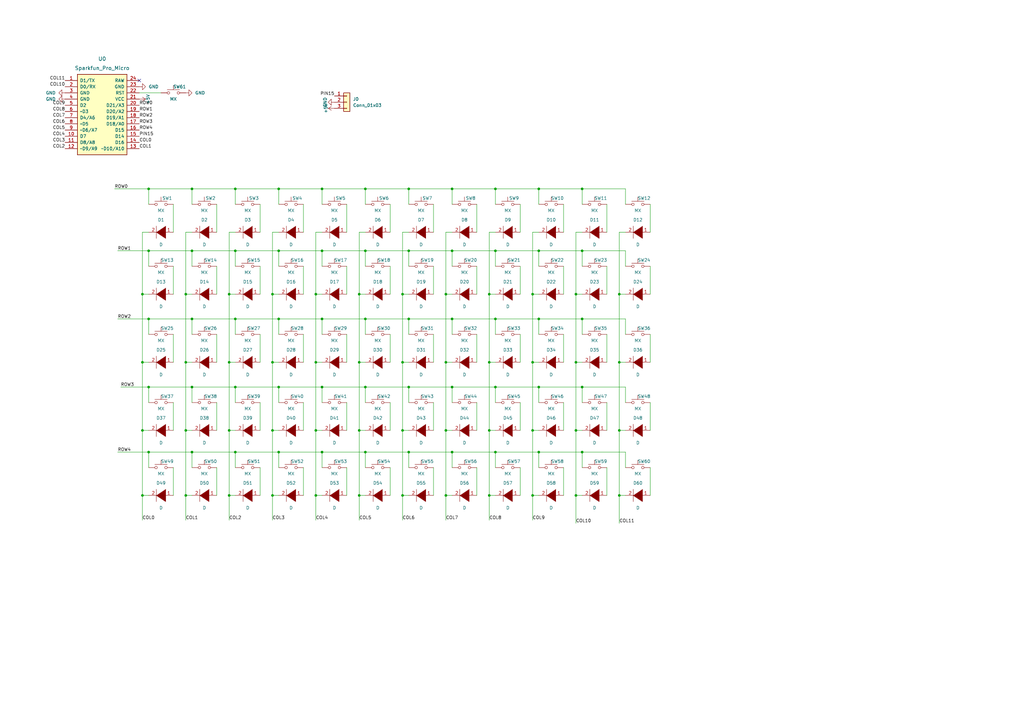
<source format=kicad_sch>
(kicad_sch (version 20211123) (generator eeschema)
  (paper "A3")
  (junction (at 254 120.65))
  (junction (at 129.54 203.2))
  (junction (at 60.96 185.42))
  (junction (at 60.96 158.75))
  (junction (at 132.08 130.81))
  (junction (at 218.44 176.53))
  (junction (at 203.2 130.81))
  (junction (at 200.66 120.65))
  (junction (at 111.76 148.59))
  (junction (at 78.74 130.81))
  (junction (at 236.22 120.65))
  (junction (at 218.44 203.2))
  (junction (at 147.32 176.53))
  (junction (at 132.08 77.47))
  (junction (at 132.08 158.75))
  (junction (at 203.2 102.87))
  (junction (at 167.64 130.81))
  (junction (at 132.08 185.42))
  (junction (at 238.76 185.42))
  (junction (at 114.3 130.81))
  (junction (at 165.1 176.53))
  (junction (at 167.64 158.75))
  (junction (at 111.76 176.53))
  (junction (at 220.98 102.87))
  (junction (at 220.98 77.47))
  (junction (at 185.42 185.42))
  (junction (at 203.2 77.47))
  (junction (at 167.64 102.87))
  (junction (at 238.76 77.47))
  (junction (at 93.98 120.65))
  (junction (at 165.1 203.2))
  (junction (at 147.32 120.65))
  (junction (at 218.44 148.59))
  (junction (at 149.86 77.47))
  (junction (at 220.98 130.81))
  (junction (at 182.88 120.65))
  (junction (at 114.3 185.42))
  (junction (at 165.1 148.59))
  (junction (at 76.2 120.65))
  (junction (at 58.42 176.53))
  (junction (at 78.74 185.42))
  (junction (at 58.42 148.59))
  (junction (at 96.52 158.75))
  (junction (at 220.98 158.75))
  (junction (at 220.98 185.42))
  (junction (at 114.3 102.87))
  (junction (at 60.96 130.81))
  (junction (at 185.42 158.75))
  (junction (at 149.86 102.87))
  (junction (at 167.64 77.47))
  (junction (at 129.54 120.65))
  (junction (at 114.3 158.75))
  (junction (at 96.52 102.87))
  (junction (at 182.88 203.2))
  (junction (at 132.08 102.87))
  (junction (at 149.86 130.81))
  (junction (at 165.1 120.65))
  (junction (at 93.98 176.53))
  (junction (at 111.76 120.65))
  (junction (at 76.2 176.53))
  (junction (at 254 148.59))
  (junction (at 114.3 77.47))
  (junction (at 254 203.2))
  (junction (at 129.54 148.59))
  (junction (at 96.52 185.42))
  (junction (at 58.42 120.65))
  (junction (at 76.2 203.2))
  (junction (at 111.76 203.2))
  (junction (at 93.98 203.2))
  (junction (at 58.42 203.2))
  (junction (at 167.64 185.42))
  (junction (at 78.74 158.75))
  (junction (at 236.22 176.53))
  (junction (at 218.44 120.65))
  (junction (at 147.32 203.2))
  (junction (at 200.66 176.53))
  (junction (at 78.74 102.87))
  (junction (at 185.42 102.87))
  (junction (at 93.98 148.59))
  (junction (at 60.96 102.87))
  (junction (at 185.42 130.81))
  (junction (at 149.86 158.75))
  (junction (at 129.54 176.53))
  (junction (at 254 176.53))
  (junction (at 238.76 158.75))
  (junction (at 203.2 185.42))
  (junction (at 236.22 203.2))
  (junction (at 96.52 77.47))
  (junction (at 96.52 130.81))
  (junction (at 182.88 148.59))
  (junction (at 200.66 148.59))
  (junction (at 76.2 148.59))
  (junction (at 203.2 158.75))
  (junction (at 185.42 77.47))
  (junction (at 236.22 148.59))
  (junction (at 182.88 176.53))
  (junction (at 238.76 102.87))
  (junction (at 200.66 203.2))
  (junction (at 238.76 130.81))
  (junction (at 149.86 185.42))
  (junction (at 60.96 77.47))
  (junction (at 78.74 77.47))
  (junction (at 147.32 148.59))
  (no_connect (at 57.15 33.02))
  (wire (pts (xy 248.92 137.16) (xy 248.92 148.59)))
  (wire (pts (xy 238.76 176.53) (xy 236.22 176.53)))
  (wire (pts (xy 167.64 176.53) (xy 165.1 176.53)))
  (wire (pts (xy 57.15 38.1) (xy 66.04 38.1)))
  (wire (pts (xy 256.54 148.59) (xy 254 148.59)))
  (wire (pts (xy 124.46 83.82) (xy 124.46 95.25)))
  (wire (pts (xy 220.98 158.75) (xy 220.98 165.1)))
  (wire (pts (xy 220.98 130.81) (xy 238.76 130.81)))
  (wire (pts (xy 96.52 148.59) (xy 93.98 148.59)))
  (wire (pts (xy 231.14 191.77) (xy 231.14 203.2)))
  (wire (pts (xy 231.14 109.22) (xy 231.14 120.65)))
  (wire (pts (xy 114.3 102.87) (xy 114.3 109.22)))
  (wire (pts (xy 114.3 95.25) (xy 111.76 95.25)))
  (wire (pts (xy 88.9 83.82) (xy 88.9 95.25)))
  (wire (pts (xy 231.14 83.82) (xy 231.14 95.25)))
  (wire (pts (xy 182.88 95.25) (xy 182.88 120.65)))
  (wire (pts (xy 111.76 148.59) (xy 111.76 176.53)))
  (wire (pts (xy 60.96 130.81) (xy 78.74 130.81)))
  (wire (pts (xy 124.46 137.16) (xy 124.46 148.59)))
  (wire (pts (xy 256.54 158.75) (xy 256.54 165.1)))
  (wire (pts (xy 203.2 77.47) (xy 203.2 83.82)))
  (wire (pts (xy 114.3 158.75) (xy 132.08 158.75)))
  (wire (pts (xy 58.42 148.59) (xy 58.42 176.53)))
  (wire (pts (xy 177.8 137.16) (xy 177.8 148.59)))
  (wire (pts (xy 149.86 120.65) (xy 147.32 120.65)))
  (wire (pts (xy 254 148.59) (xy 254 176.53)))
  (wire (pts (xy 78.74 158.75) (xy 78.74 165.1)))
  (wire (pts (xy 165.1 203.2) (xy 165.1 213.36)))
  (wire (pts (xy 96.52 158.75) (xy 96.52 165.1)))
  (wire (pts (xy 96.52 158.75) (xy 114.3 158.75)))
  (wire (pts (xy 60.96 130.81) (xy 60.96 137.16)))
  (wire (pts (xy 165.1 120.65) (xy 165.1 148.59)))
  (wire (pts (xy 203.2 185.42) (xy 203.2 191.77)))
  (wire (pts (xy 195.58 109.22) (xy 195.58 120.65)))
  (wire (pts (xy 149.86 158.75) (xy 149.86 165.1)))
  (wire (pts (xy 132.08 158.75) (xy 132.08 165.1)))
  (wire (pts (xy 203.2 130.81) (xy 220.98 130.81)))
  (wire (pts (xy 132.08 95.25) (xy 129.54 95.25)))
  (wire (pts (xy 185.42 185.42) (xy 185.42 191.77)))
  (wire (pts (xy 203.2 158.75) (xy 220.98 158.75)))
  (wire (pts (xy 149.86 185.42) (xy 149.86 191.77)))
  (wire (pts (xy 71.12 137.16) (xy 71.12 148.59)))
  (wire (pts (xy 167.64 102.87) (xy 167.64 109.22)))
  (wire (pts (xy 129.54 95.25) (xy 129.54 120.65)))
  (wire (pts (xy 114.3 185.42) (xy 114.3 191.77)))
  (wire (pts (xy 185.42 120.65) (xy 182.88 120.65)))
  (wire (pts (xy 60.96 95.25) (xy 58.42 95.25)))
  (wire (pts (xy 96.52 185.42) (xy 96.52 191.77)))
  (wire (pts (xy 165.1 148.59) (xy 165.1 176.53)))
  (wire (pts (xy 132.08 176.53) (xy 129.54 176.53)))
  (wire (pts (xy 111.76 120.65) (xy 111.76 148.59)))
  (wire (pts (xy 167.64 77.47) (xy 185.42 77.47)))
  (wire (pts (xy 60.96 158.75) (xy 78.74 158.75)))
  (wire (pts (xy 114.3 77.47) (xy 114.3 83.82)))
  (wire (pts (xy 114.3 77.47) (xy 132.08 77.47)))
  (wire (pts (xy 78.74 102.87) (xy 96.52 102.87)))
  (wire (pts (xy 114.3 176.53) (xy 111.76 176.53)))
  (wire (pts (xy 167.64 203.2) (xy 165.1 203.2)))
  (wire (pts (xy 93.98 148.59) (xy 93.98 176.53)))
  (wire (pts (xy 96.52 130.81) (xy 96.52 137.16)))
  (wire (pts (xy 78.74 77.47) (xy 96.52 77.47)))
  (wire (pts (xy 203.2 95.25) (xy 200.66 95.25)))
  (wire (pts (xy 195.58 137.16) (xy 195.58 148.59)))
  (wire (pts (xy 149.86 148.59) (xy 147.32 148.59)))
  (wire (pts (xy 165.1 176.53) (xy 165.1 203.2)))
  (wire (pts (xy 220.98 158.75) (xy 238.76 158.75)))
  (wire (pts (xy 111.76 95.25) (xy 111.76 120.65)))
  (wire (pts (xy 129.54 120.65) (xy 129.54 148.59)))
  (wire (pts (xy 78.74 130.81) (xy 96.52 130.81)))
  (wire (pts (xy 149.86 77.47) (xy 149.86 83.82)))
  (wire (pts (xy 266.7 137.16) (xy 266.7 148.59)))
  (wire (pts (xy 185.42 158.75) (xy 203.2 158.75)))
  (wire (pts (xy 106.68 109.22) (xy 106.68 120.65)))
  (wire (pts (xy 185.42 148.59) (xy 182.88 148.59)))
  (wire (pts (xy 160.02 191.77) (xy 160.02 203.2)))
  (wire (pts (xy 149.86 185.42) (xy 167.64 185.42)))
  (wire (pts (xy 114.3 120.65) (xy 111.76 120.65)))
  (wire (pts (xy 129.54 176.53) (xy 129.54 203.2)))
  (wire (pts (xy 78.74 185.42) (xy 78.74 191.77)))
  (wire (pts (xy 132.08 185.42) (xy 149.86 185.42)))
  (wire (pts (xy 60.96 77.47) (xy 78.74 77.47)))
  (wire (pts (xy 78.74 95.25) (xy 76.2 95.25)))
  (wire (pts (xy 93.98 203.2) (xy 93.98 213.36)))
  (wire (pts (xy 185.42 77.47) (xy 185.42 83.82)))
  (wire (pts (xy 114.3 148.59) (xy 111.76 148.59)))
  (wire (pts (xy 185.42 77.47) (xy 203.2 77.47)))
  (wire (pts (xy 266.7 83.82) (xy 266.7 95.25)))
  (wire (pts (xy 236.22 203.2) (xy 236.22 214.63)))
  (wire (pts (xy 238.76 185.42) (xy 238.76 191.77)))
  (wire (pts (xy 203.2 102.87) (xy 220.98 102.87)))
  (wire (pts (xy 93.98 120.65) (xy 93.98 148.59)))
  (wire (pts (xy 236.22 120.65) (xy 236.22 148.59)))
  (wire (pts (xy 78.74 158.75) (xy 96.52 158.75)))
  (wire (pts (xy 218.44 120.65) (xy 218.44 148.59)))
  (wire (pts (xy 78.74 203.2) (xy 76.2 203.2)))
  (wire (pts (xy 60.96 185.42) (xy 60.96 191.77)))
  (wire (pts (xy 132.08 77.47) (xy 132.08 83.82)))
  (wire (pts (xy 238.76 102.87) (xy 238.76 109.22)))
  (wire (pts (xy 167.64 185.42) (xy 167.64 191.77)))
  (wire (pts (xy 248.92 191.77) (xy 248.92 203.2)))
  (wire (pts (xy 185.42 158.75) (xy 185.42 165.1)))
  (wire (pts (xy 114.3 130.81) (xy 114.3 137.16)))
  (wire (pts (xy 254 203.2) (xy 254 214.63)))
  (wire (pts (xy 203.2 203.2) (xy 200.66 203.2)))
  (wire (pts (xy 167.64 102.87) (xy 185.42 102.87)))
  (wire (pts (xy 149.86 102.87) (xy 167.64 102.87)))
  (wire (pts (xy 203.2 148.59) (xy 200.66 148.59)))
  (wire (pts (xy 76.2 120.65) (xy 76.2 148.59)))
  (wire (pts (xy 220.98 185.42) (xy 220.98 191.77)))
  (wire (pts (xy 60.96 120.65) (xy 58.42 120.65)))
  (wire (pts (xy 147.32 95.25) (xy 147.32 120.65)))
  (wire (pts (xy 231.14 137.16) (xy 231.14 148.59)))
  (wire (pts (xy 106.68 137.16) (xy 106.68 148.59)))
  (wire (pts (xy 167.64 158.75) (xy 185.42 158.75)))
  (wire (pts (xy 46.99 77.47) (xy 60.96 77.47)))
  (wire (pts (xy 49.53 158.75) (xy 60.96 158.75)))
  (wire (pts (xy 238.76 102.87) (xy 256.54 102.87)))
  (wire (pts (xy 220.98 102.87) (xy 238.76 102.87)))
  (wire (pts (xy 213.36 137.16) (xy 213.36 148.59)))
  (wire (pts (xy 58.42 203.2) (xy 58.42 213.36)))
  (wire (pts (xy 248.92 165.1) (xy 248.92 176.53)))
  (wire (pts (xy 220.98 185.42) (xy 238.76 185.42)))
  (wire (pts (xy 220.98 77.47) (xy 220.98 83.82)))
  (wire (pts (xy 132.08 185.42) (xy 132.08 191.77)))
  (wire (pts (xy 213.36 165.1) (xy 213.36 176.53)))
  (wire (pts (xy 132.08 158.75) (xy 149.86 158.75)))
  (wire (pts (xy 132.08 148.59) (xy 129.54 148.59)))
  (wire (pts (xy 220.98 148.59) (xy 218.44 148.59)))
  (wire (pts (xy 167.64 120.65) (xy 165.1 120.65)))
  (wire (pts (xy 96.52 102.87) (xy 114.3 102.87)))
  (wire (pts (xy 78.74 120.65) (xy 76.2 120.65)))
  (wire (pts (xy 132.08 203.2) (xy 129.54 203.2)))
  (wire (pts (xy 167.64 158.75) (xy 167.64 165.1)))
  (wire (pts (xy 149.86 158.75) (xy 167.64 158.75)))
  (wire (pts (xy 218.44 95.25) (xy 218.44 120.65)))
  (wire (pts (xy 106.68 191.77) (xy 106.68 203.2)))
  (wire (pts (xy 218.44 148.59) (xy 218.44 176.53)))
  (wire (pts (xy 167.64 130.81) (xy 167.64 137.16)))
  (wire (pts (xy 78.74 148.59) (xy 76.2 148.59)))
  (wire (pts (xy 220.98 203.2) (xy 218.44 203.2)))
  (wire (pts (xy 185.42 185.42) (xy 203.2 185.42)))
  (wire (pts (xy 238.76 130.81) (xy 256.54 130.81)))
  (wire (pts (xy 185.42 203.2) (xy 182.88 203.2)))
  (wire (pts (xy 160.02 83.82) (xy 160.02 95.25)))
  (wire (pts (xy 48.26 185.42) (xy 60.96 185.42)))
  (wire (pts (xy 78.74 185.42) (xy 96.52 185.42)))
  (wire (pts (xy 58.42 120.65) (xy 58.42 148.59)))
  (wire (pts (xy 60.96 203.2) (xy 58.42 203.2)))
  (wire (pts (xy 88.9 109.22) (xy 88.9 120.65)))
  (wire (pts (xy 220.98 102.87) (xy 220.98 109.22)))
  (wire (pts (xy 165.1 95.25) (xy 165.1 120.65)))
  (wire (pts (xy 167.64 95.25) (xy 165.1 95.25)))
  (wire (pts (xy 48.26 102.87) (xy 60.96 102.87)))
  (wire (pts (xy 132.08 130.81) (xy 132.08 137.16)))
  (wire (pts (xy 185.42 102.87) (xy 185.42 109.22)))
  (wire (pts (xy 236.22 148.59) (xy 236.22 176.53)))
  (wire (pts (xy 132.08 77.47) (xy 149.86 77.47)))
  (wire (pts (xy 60.96 102.87) (xy 78.74 102.87)))
  (wire (pts (xy 200.66 176.53) (xy 200.66 203.2)))
  (wire (pts (xy 177.8 191.77) (xy 177.8 203.2)))
  (wire (pts (xy 238.76 185.42) (xy 256.54 185.42)))
  (wire (pts (xy 78.74 77.47) (xy 78.74 83.82)))
  (wire (pts (xy 149.86 130.81) (xy 167.64 130.81)))
  (wire (pts (xy 203.2 130.81) (xy 203.2 137.16)))
  (wire (pts (xy 238.76 77.47) (xy 256.54 77.47)))
  (wire (pts (xy 220.98 95.25) (xy 218.44 95.25)))
  (wire (pts (xy 236.22 95.25) (xy 236.22 120.65)))
  (wire (pts (xy 96.52 130.81) (xy 114.3 130.81)))
  (wire (pts (xy 256.54 95.25) (xy 254 95.25)))
  (wire (pts (xy 76.2 148.59) (xy 76.2 176.53)))
  (wire (pts (xy 142.24 109.22) (xy 142.24 120.65)))
  (wire (pts (xy 88.9 191.77) (xy 88.9 203.2)))
  (wire (pts (xy 114.3 102.87) (xy 132.08 102.87)))
  (wire (pts (xy 167.64 130.81) (xy 185.42 130.81)))
  (wire (pts (xy 160.02 109.22) (xy 160.02 120.65)))
  (wire (pts (xy 238.76 77.47) (xy 238.76 83.82)))
  (wire (pts (xy 203.2 185.42) (xy 220.98 185.42)))
  (wire (pts (xy 60.96 102.87) (xy 60.96 109.22)))
  (wire (pts (xy 76.2 203.2) (xy 76.2 213.36)))
  (wire (pts (xy 254 95.25) (xy 254 120.65)))
  (wire (pts (xy 149.86 130.81) (xy 149.86 137.16)))
  (wire (pts (xy 203.2 102.87) (xy 203.2 109.22)))
  (wire (pts (xy 149.86 102.87) (xy 149.86 109.22)))
  (wire (pts (xy 238.76 130.81) (xy 238.76 137.16)))
  (wire (pts (xy 96.52 77.47) (xy 114.3 77.47)))
  (wire (pts (xy 96.52 95.25) (xy 93.98 95.25)))
  (wire (pts (xy 132.08 102.87) (xy 149.86 102.87)))
  (wire (pts (xy 195.58 165.1) (xy 195.58 176.53)))
  (wire (pts (xy 248.92 83.82) (xy 248.92 95.25)))
  (wire (pts (xy 147.32 120.65) (xy 147.32 148.59)))
  (wire (pts (xy 200.66 148.59) (xy 200.66 176.53)))
  (wire (pts (xy 114.3 203.2) (xy 111.76 203.2)))
  (wire (pts (xy 114.3 130.81) (xy 132.08 130.81)))
  (wire (pts (xy 254 176.53) (xy 254 203.2)))
  (wire (pts (xy 96.52 185.42) (xy 114.3 185.42)))
  (wire (pts (xy 195.58 191.77) (xy 195.58 203.2)))
  (wire (pts (xy 71.12 109.22) (xy 71.12 120.65)))
  (wire (pts (xy 218.44 176.53) (xy 218.44 203.2)))
  (wire (pts (xy 238.76 148.59) (xy 236.22 148.59)))
  (wire (pts (xy 185.42 95.25) (xy 182.88 95.25)))
  (wire (pts (xy 76.2 176.53) (xy 76.2 203.2)))
  (wire (pts (xy 106.68 83.82) (xy 106.68 95.25)))
  (wire (pts (xy 114.3 158.75) (xy 114.3 165.1)))
  (wire (pts (xy 78.74 130.81) (xy 78.74 137.16)))
  (wire (pts (xy 177.8 83.82) (xy 177.8 95.25)))
  (wire (pts (xy 149.86 203.2) (xy 147.32 203.2)))
  (wire (pts (xy 248.92 109.22) (xy 248.92 120.65)))
  (wire (pts (xy 256.54 185.42) (xy 256.54 191.77)))
  (wire (pts (xy 114.3 185.42) (xy 132.08 185.42)))
  (wire (pts (xy 58.42 95.25) (xy 58.42 120.65)))
  (wire (pts (xy 129.54 203.2) (xy 129.54 213.36)))
  (wire (pts (xy 60.96 148.59) (xy 58.42 148.59)))
  (wire (pts (xy 48.26 130.81) (xy 60.96 130.81)))
  (wire (pts (xy 236.22 176.53) (xy 236.22 203.2)))
  (wire (pts (xy 147.32 176.53) (xy 147.32 203.2)))
  (wire (pts (xy 256.54 120.65) (xy 254 120.65)))
  (wire (pts (xy 106.68 165.1) (xy 106.68 176.53)))
  (wire (pts (xy 96.52 77.47) (xy 96.52 83.82)))
  (wire (pts (xy 124.46 109.22) (xy 124.46 120.65)))
  (wire (pts (xy 111.76 176.53) (xy 111.76 203.2)))
  (wire (pts (xy 149.86 176.53) (xy 147.32 176.53)))
  (wire (pts (xy 220.98 120.65) (xy 218.44 120.65)))
  (wire (pts (xy 213.36 109.22) (xy 213.36 120.65)))
  (wire (pts (xy 124.46 191.77) (xy 124.46 203.2)))
  (wire (pts (xy 96.52 120.65) (xy 93.98 120.65)))
  (wire (pts (xy 71.12 165.1) (xy 71.12 176.53)))
  (wire (pts (xy 256.54 102.87) (xy 256.54 109.22)))
  (wire (pts (xy 78.74 176.53) (xy 76.2 176.53)))
  (wire (pts (xy 147.32 203.2) (xy 147.32 213.36)))
  (wire (pts (xy 266.7 191.77) (xy 266.7 203.2)))
  (wire (pts (xy 220.98 77.47) (xy 238.76 77.47)))
  (wire (pts (xy 149.86 95.25) (xy 147.32 95.25)))
  (wire (pts (xy 200.66 95.25) (xy 200.66 120.65)))
  (wire (pts (xy 142.24 137.16) (xy 142.24 148.59)))
  (wire (pts (xy 185.42 130.81) (xy 185.42 137.16)))
  (wire (pts (xy 76.2 95.25) (xy 76.2 120.65)))
  (wire (pts (xy 71.12 191.77) (xy 71.12 203.2)))
  (wire (pts (xy 266.7 109.22) (xy 266.7 120.65)))
  (wire (pts (xy 149.86 77.47) (xy 167.64 77.47)))
  (wire (pts (xy 203.2 120.65) (xy 200.66 120.65)))
  (wire (pts (xy 185.42 130.81) (xy 203.2 130.81)))
  (wire (pts (xy 254 120.65) (xy 254 148.59)))
  (wire (pts (xy 124.46 165.1) (xy 124.46 176.53)))
  (wire (pts (xy 111.76 203.2) (xy 111.76 213.36)))
  (wire (pts (xy 160.02 137.16) (xy 160.02 148.59)))
  (wire (pts (xy 256.54 203.2) (xy 254 203.2)))
  (wire (pts (xy 266.7 165.1) (xy 266.7 176.53)))
  (wire (pts (xy 195.58 83.82) (xy 195.58 95.25)))
  (wire (pts (xy 213.36 191.77) (xy 213.36 203.2)))
  (wire (pts (xy 60.96 158.75) (xy 60.96 165.1)))
  (wire (pts (xy 213.36 83.82) (xy 213.36 95.25)))
  (wire (pts (xy 200.66 120.65) (xy 200.66 148.59)))
  (wire (pts (xy 167.64 77.47) (xy 167.64 83.82)))
  (wire (pts (xy 177.8 109.22) (xy 177.8 120.65)))
  (wire (pts (xy 132.08 102.87) (xy 132.08 109.22)))
  (wire (pts (xy 218.44 203.2) (xy 218.44 213.36)))
  (wire (pts (xy 93.98 176.53) (xy 93.98 203.2)))
  (wire (pts (xy 78.74 102.87) (xy 78.74 109.22)))
  (wire (pts (xy 60.96 185.42) (xy 78.74 185.42)))
  (wire (pts (xy 185.42 102.87) (xy 203.2 102.87)))
  (wire (pts (xy 88.9 137.16) (xy 88.9 148.59)))
  (wire (pts (xy 182.88 148.59) (xy 182.88 176.53)))
  (wire (pts (xy 142.24 191.77) (xy 142.24 203.2)))
  (wire (pts (xy 132.08 120.65) (xy 129.54 120.65)))
  (wire (pts (xy 220.98 176.53) (xy 218.44 176.53)))
  (wire (pts (xy 182.88 176.53) (xy 182.88 203.2)))
  (wire (pts (xy 256.54 176.53) (xy 254 176.53)))
  (wire (pts (xy 167.64 185.42) (xy 185.42 185.42)))
  (wire (pts (xy 60.96 176.53) (xy 58.42 176.53)))
  (wire (pts (xy 256.54 130.81) (xy 256.54 137.16)))
  (wire (pts (xy 142.24 165.1) (xy 142.24 176.53)))
  (wire (pts (xy 96.52 203.2) (xy 93.98 203.2)))
  (wire (pts (xy 185.42 176.53) (xy 182.88 176.53)))
  (wire (pts (xy 71.12 83.82) (xy 71.12 95.25)))
  (wire (pts (xy 160.02 165.1) (xy 160.02 176.53)))
  (wire (pts (xy 167.64 148.59) (xy 165.1 148.59)))
  (wire (pts (xy 238.76 158.75) (xy 256.54 158.75)))
  (wire (pts (xy 142.24 83.82) (xy 142.24 95.25)))
  (wire (pts (xy 177.8 165.1) (xy 177.8 176.53)))
  (wire (pts (xy 256.54 77.47) (xy 256.54 83.82)))
  (wire (pts (xy 96.52 176.53) (xy 93.98 176.53)))
  (wire (pts (xy 203.2 77.47) (xy 220.98 77.47)))
  (wire (pts (xy 132.08 130.81) (xy 149.86 130.81)))
  (wire (pts (xy 203.2 176.53) (xy 200.66 176.53)))
  (wire (pts (xy 60.96 77.47) (xy 60.96 83.82)))
  (wire (pts (xy 147.32 148.59) (xy 147.32 176.53)))
  (wire (pts (xy 96.52 102.87) (xy 96.52 109.22)))
  (wire (pts (xy 238.76 120.65) (xy 236.22 120.65)))
  (wire (pts (xy 182.88 203.2) (xy 182.88 213.36)))
  (wire (pts (xy 182.88 120.65) (xy 182.88 148.59)))
  (wire (pts (xy 129.54 148.59) (xy 129.54 176.53)))
  (wire (pts (xy 238.76 158.75) (xy 238.76 165.1)))
  (wire (pts (xy 238.76 95.25) (xy 236.22 95.25)))
  (wire (pts (xy 58.42 176.53) (xy 58.42 203.2)))
  (wire (pts (xy 93.98 95.25) (xy 93.98 120.65)))
  (wire (pts (xy 88.9 165.1) (xy 88.9 176.53)))
  (wire (pts (xy 200.66 203.2) (xy 200.66 213.36)))
  (wire (pts (xy 238.76 203.2) (xy 236.22 203.2)))
  (wire (pts (xy 231.14 165.1) (xy 231.14 176.53)))
  (wire (pts (xy 220.98 130.81) (xy 220.98 137.16)))
  (wire (pts (xy 203.2 158.75) (xy 203.2 165.1)))
  (label "COL7" (at 26.67 48.26 180))
  (label "ROW2" (at 48.26 130.81 0))
  (label "COL0" (at 57.15 58.42 0))
  (label "ROW0" (at 57.15 43.18 0))
  (label "ROW2" (at 57.15 48.26 0))
  (label "COL3" (at 111.76 213.36 0))
  (label "ROW3" (at 49.53 158.75 0))
  (label "PIN15" (at 57.15 55.88 0))
  (label "COL5" (at 26.67 53.34 180))
  (label "COL11" (at 26.67 33.02 180))
  (label "COL11" (at 254 214.63 0))
  (label "ROW4" (at 48.26 185.42 0))
  (label "COL6" (at 26.67 50.8 180))
  (label "COL3" (at 26.67 58.42 180))
  (label "COL9" (at 26.67 43.18 180))
  (label "ROW4" (at 57.15 53.34 0))
  (label "PIN15" (at 137.16 39.37 180))
  (label "ROW0" (at 46.99 77.47 0))
  (label "COL8" (at 200.66 213.36 0))
  (label "COL4" (at 129.54 213.36 0))
  (label "COL1" (at 57.15 60.96 0))
  (label "COL2" (at 26.67 60.96 180))
  (label "COL10" (at 236.22 214.63 0))
  (label "COL10" (at 26.67 35.56 180))
  (label "ROW1" (at 48.26 102.87 0))
  (label "COL6" (at 165.1 213.36 0))
  (label "COL0" (at 58.42 213.36 0))
  (label "COL9" (at 218.44 213.36 0))
  (label "COL5" (at 147.32 213.36 0))
  (label "COL1" (at 76.2 213.36 0))
  (label "COL7" (at 182.88 213.36 0))
  (label "COL4" (at 26.67 55.88 180))
  (label "COL2" (at 93.98 213.36 0))
  (label "ROW1" (at 57.15 45.72 0))
  (label "ROW3" (at 57.15 50.8 0))
  (label "COL8" (at 26.67 45.72 180))
  (symbol (lib_id "pspice:DIODE") (at 208.28 120.65 0) (mirror y) (unit 1)
    (property "Reference" "D21" (at 208.28 115.57 0))
    (property "Value" "D" (at 208.28 125.73 0))
    (property "Footprint" "Diode_THT:D_DO-35_SOD27_P7.62mm_Horizontal" (effects hide))
  )
  (symbol (lib_id "pspice:DIODE") (at 101.6 95.25 0) (mirror y) (unit 1)
    (property "Reference" "D3" (at 101.6 90.17 0))
    (property "Value" "D" (at 101.6 100.33 0))
    (property "Footprint" "Diode_THT:D_DO-35_SOD27_P7.62mm_Horizontal" (effects hide))
  )
  (symbol (lib_id "Switch:SW_Push") (at 172.72 109.22 0) (unit 1)
    (property "Reference" "SW19" (at 175.26 106.68 0))
    (property "Value" "MX" (at 172.72 111.76 0))
    (property "Footprint" "Button_Switch_Keyboard:SW_Cherry_MX_1.00u_PCB" (effects hide))
  )
  (symbol (lib_id "Switch:SW_Push") (at 154.94 83.82 0) (unit 1)
    (property "Reference" "SW6" (at 157.48 81.28 0))
    (property "Value" "MX" (at 154.94 86.36 0))
    (property "Footprint" "Button_Switch_Keyboard:SW_Cherry_MX_1.00u_PCB" (effects hide))
  )
  (symbol (lib_id "pspice:DIODE") (at 137.16 203.2 0) (mirror y) (unit 1)
    (property "Reference" "D53" (at 137.16 198.12 0))
    (property "Value" "D" (at 137.16 208.28 0))
    (property "Footprint" "Diode_THT:D_DO-35_SOD27_P7.62mm_Horizontal" (effects hide))
  )
  (symbol (lib_id "pspice:DIODE") (at 226.06 120.65 0) (mirror y) (unit 1)
    (property "Reference" "D22" (at 226.06 115.57 0))
    (property "Value" "D" (at 226.06 125.73 0))
    (property "Footprint" "Diode_THT:D_DO-35_SOD27_P7.62mm_Horizontal" (effects hide))
  )
  (symbol (lib_id "Switch:SW_Push") (at 243.84 109.22 0) (unit 1)
    (property "Reference" "SW23" (at 246.38 106.68 0))
    (property "Value" "MX" (at 243.84 111.76 0))
    (property "Footprint" "Button_Switch_Keyboard:SW_Cherry_MX_1.00u_PCB" (effects hide))
  )
  (symbol (lib_id "Switch:SW_Push") (at 154.94 165.1 0) (unit 1)
    (property "Reference" "SW42" (at 157.48 162.56 0))
    (property "Value" "MX" (at 154.94 167.64 0))
    (property "Footprint" "Button_Switch_Keyboard:SW_Cherry_MX_1.00u_PCB" (effects hide))
  )
  (symbol (lib_id "power:GND") (at 57.15 35.56 90) (unit 1)
    (property "Reference" "#PWR0103" (effects hide))
    (property "Value" "GND" (at 60.96 35.5599 90) (effects (justify right)))
  )
  (symbol (lib_id "pspice:DIODE") (at 66.04 120.65 0) (mirror y) (unit 1)
    (property "Reference" "D13" (at 66.04 115.57 0))
    (property "Value" "D" (at 66.04 125.73 0))
    (property "Footprint" "Diode_THT:D_DO-35_SOD27_P7.62mm_Horizontal" (effects hide))
  )
  (symbol (lib_id "Switch:SW_Push") (at 226.06 191.77 0) (unit 1)
    (property "Reference" "SW58" (at 228.6 189.23 0))
    (property "Value" "MX" (at 226.06 194.31 0))
    (property "Footprint" "Button_Switch_Keyboard:SW_Cherry_MX_1.00u_PCB" (effects hide))
  )
  (symbol (lib_id "Switch:SW_Push") (at 154.94 191.77 0) (unit 1)
    (property "Reference" "SW54" (at 157.48 189.23 0))
    (property "Value" "MX" (at 154.94 194.31 0))
    (property "Footprint" "Button_Switch_Keyboard:SW_Cherry_MX_1.00u_PCB" (effects hide))
  )
  (symbol (lib_id "pspice:DIODE") (at 261.62 176.53 0) (mirror y) (unit 1)
    (property "Reference" "D48" (at 261.62 171.45 0))
    (property "Value" "D" (at 261.62 181.61 0))
    (property "Footprint" "Diode_THT:D_DO-35_SOD27_P7.62mm_Horizontal" (effects hide))
  )
  (symbol (lib_id "Switch:SW_Push") (at 137.16 137.16 0) (unit 1)
    (property "Reference" "SW29" (at 139.7 134.62 0))
    (property "Value" "MX" (at 137.16 139.7 0))
    (property "Footprint" "Button_Switch_Keyboard:SW_Cherry_MX_1.00u_PCB" (effects hide))
  )
  (symbol (lib_id "pspice:DIODE") (at 101.6 176.53 0) (mirror y) (unit 1)
    (property "Reference" "D39" (at 101.6 171.45 0))
    (property "Value" "D" (at 101.6 181.61 0))
    (property "Footprint" "Diode_THT:D_DO-35_SOD27_P7.62mm_Horizontal" (effects hide))
  )
  (symbol (lib_id "pspice:DIODE") (at 208.28 176.53 0) (mirror y) (unit 1)
    (property "Reference" "D45" (at 208.28 171.45 0))
    (property "Value" "D" (at 208.28 181.61 0))
    (property "Footprint" "Diode_THT:D_DO-35_SOD27_P7.62mm_Horizontal" (effects hide))
  )
  (symbol (lib_id "Switch:SW_Push") (at 83.82 83.82 0) (unit 1)
    (property "Reference" "SW2" (at 86.36 81.28 0))
    (property "Value" "MX" (at 83.82 86.36 0))
    (property "Footprint" "Button_Switch_Keyboard:SW_Cherry_MX_1.00u_PCB" (effects hide))
  )
  (symbol (lib_id "pspice:DIODE") (at 119.38 203.2 0) (mirror y) (unit 1)
    (property "Reference" "D52" (at 119.38 198.12 0))
    (property "Value" "D" (at 119.38 208.28 0))
    (property "Footprint" "Diode_THT:D_DO-35_SOD27_P7.62mm_Horizontal" (effects hide))
  )
  (symbol (lib_id "Switch:SW_Push") (at 261.62 191.77 0) (unit 1)
    (property "Reference" "SW60" (at 264.16 189.23 0))
    (property "Value" "MX" (at 261.62 194.31 0))
    (property "Footprint" "Button_Switch_Keyboard:SW_Cherry_MX_1.00u_PCB" (effects hide))
  )
  (symbol (lib_id "Switch:SW_Push") (at 243.84 191.77 0) (unit 1)
    (property "Reference" "SW59" (at 246.38 189.23 0))
    (property "Value" "MX" (at 243.84 194.31 0))
    (property "Footprint" "Button_Switch_Keyboard:SW_Cherry_MX_1.00u_PCB" (effects hide))
  )
  (symbol (lib_id "power:GND") (at 26.67 40.64 270) (unit 1)
    (property "Reference" "#PWR0101" (effects hide))
    (property "Value" "GND" (at 22.86 40.6399 90) (effects (justify right)))
  )
  (symbol (lib_id "pspice:DIODE") (at 261.62 203.2 0) (mirror y) (unit 1)
    (property "Reference" "D60" (at 261.62 198.12 0))
    (property "Value" "D" (at 261.62 208.28 0))
    (property "Footprint" "Diode_THT:D_DO-35_SOD27_P7.62mm_Horizontal" (effects hide))
  )
  (symbol (lib_id "pspice:DIODE") (at 137.16 176.53 0) (mirror y) (unit 1)
    (property "Reference" "D41" (at 137.16 171.45 0))
    (property "Value" "D" (at 137.16 181.61 0))
    (property "Footprint" "Diode_THT:D_DO-35_SOD27_P7.62mm_Horizontal" (effects hide))
  )
  (symbol (lib_id "pspice:DIODE") (at 190.5 95.25 0) (mirror y) (unit 1)
    (property "Reference" "D8" (at 190.5 90.17 0))
    (property "Value" "D" (at 190.5 100.33 0))
    (property "Footprint" "Diode_THT:D_DO-35_SOD27_P7.62mm_Horizontal" (effects hide))
  )
  (symbol (lib_id "Switch:SW_Push") (at 137.16 165.1 0) (unit 1)
    (property "Reference" "SW41" (at 139.7 162.56 0))
    (property "Value" "MX" (at 137.16 167.64 0))
    (property "Footprint" "Button_Switch_Keyboard:SW_Cherry_MX_1.00u_PCB" (effects hide))
  )
  (symbol (lib_id "pspice:DIODE") (at 190.5 120.65 0) (mirror y) (unit 1)
    (property "Reference" "D20" (at 190.5 115.57 0))
    (property "Value" "D" (at 190.5 125.73 0))
    (property "Footprint" "Diode_THT:D_DO-35_SOD27_P7.62mm_Horizontal" (effects hide))
  )
  (symbol (lib_id "Switch:SW_Push") (at 83.82 191.77 0) (unit 1)
    (property "Reference" "SW50" (at 86.36 189.23 0))
    (property "Value" "MX" (at 83.82 194.31 0))
    (property "Footprint" "Button_Switch_Keyboard:SW_Cherry_MX_1.00u_PCB" (effects hide))
  )
  (symbol (lib_id "pspice:DIODE") (at 190.5 176.53 0) (mirror y) (unit 1)
    (property "Reference" "D44" (at 190.5 171.45 0))
    (property "Value" "D" (at 190.5 181.61 0))
    (property "Footprint" "Diode_THT:D_DO-35_SOD27_P7.62mm_Horizontal" (effects hide))
  )
  (symbol (lib_id "Switch:SW_Push") (at 83.82 109.22 0) (unit 1)
    (property "Reference" "SW14" (at 86.36 106.68 0))
    (property "Value" "MX" (at 83.82 111.76 0))
    (property "Footprint" "Button_Switch_Keyboard:SW_Cherry_MX_1.00u_PCB" (effects hide))
  )
  (symbol (lib_id "Switch:SW_Push") (at 154.94 137.16 0) (unit 1)
    (property "Reference" "SW30" (at 157.48 134.62 0))
    (property "Value" "MX" (at 154.94 139.7 0))
    (property "Footprint" "Button_Switch_Keyboard:SW_Cherry_MX_1.00u_PCB" (effects hide))
  )
  (symbol (lib_id "Switch:SW_Push") (at 119.38 109.22 0) (unit 1)
    (property "Reference" "SW16" (at 121.92 106.68 0))
    (property "Value" "MX" (at 119.38 111.76 0))
    (property "Footprint" "Button_Switch_Keyboard:SW_Cherry_MX_1.00u_PCB" (effects hide))
  )
  (symbol (lib_id "pspice:DIODE") (at 154.94 203.2 0) (mirror y) (unit 1)
    (property "Reference" "D54" (at 154.94 198.12 0))
    (property "Value" "D" (at 154.94 208.28 0))
    (property "Footprint" "Diode_THT:D_DO-35_SOD27_P7.62mm_Horizontal" (effects hide))
  )
  (symbol (lib_id "pspice:DIODE") (at 101.6 203.2 0) (mirror y) (unit 1)
    (property "Reference" "D51" (at 101.6 198.12 0))
    (property "Value" "D" (at 101.6 208.28 0))
    (property "Footprint" "Diode_THT:D_DO-35_SOD27_P7.62mm_Horizontal" (effects hide))
  )
  (symbol (lib_id "Switch:SW_Push") (at 243.84 165.1 0) (unit 1)
    (property "Reference" "SW47" (at 246.38 162.56 0))
    (property "Value" "MX" (at 243.84 167.64 0))
    (property "Footprint" "Button_Switch_Keyboard:SW_Cherry_MX_1.00u_PCB" (effects hide))
  )
  (symbol (lib_id "Connector_Generic:Conn_01x03") (at 142.24 41.91 0) (unit 1)
    (property "Reference" "J0" (at 144.78 40.6399 0) (effects (justify left)))
    (property "Value" "Conn_01x03" (at 144.78 43.1799 0) (effects (justify left)))
    (property "Footprint" "Connector_PinHeader_2.54mm:PinHeader_1x03_P2.54mm_Vertical" (effects hide))
  )
  (symbol (lib_id "pspice:DIODE") (at 172.72 203.2 0) (mirror y) (unit 1)
    (property "Reference" "D55" (at 172.72 198.12 0))
    (property "Value" "D" (at 172.72 208.28 0))
    (property "Footprint" "Diode_THT:D_DO-35_SOD27_P7.62mm_Horizontal" (effects hide))
  )
  (symbol (lib_id "pspice:DIODE") (at 119.38 176.53 0) (mirror y) (unit 1)
    (property "Reference" "D40" (at 119.38 171.45 0))
    (property "Value" "D" (at 119.38 181.61 0))
    (property "Footprint" "Diode_THT:D_DO-35_SOD27_P7.62mm_Horizontal" (effects hide))
  )
  (symbol (lib_id "pspice:DIODE") (at 66.04 203.2 0) (mirror y) (unit 1)
    (property "Reference" "D49" (at 66.04 198.12 0))
    (property "Value" "D" (at 66.04 208.28 0))
    (property "Footprint" "Diode_THT:D_DO-35_SOD27_P7.62mm_Horizontal" (effects hide))
  )
  (symbol (lib_id "Switch:SW_Push") (at 190.5 137.16 0) (unit 1)
    (property "Reference" "SW32" (at 193.04 134.62 0))
    (property "Value" "MX" (at 190.5 139.7 0))
    (property "Footprint" "Button_Switch_Keyboard:SW_Cherry_MX_1.00u_PCB" (effects hide))
  )
  (symbol (lib_id "power:+5V") (at 137.16 44.45 90) (unit 1)
    (property "Reference" "#PWR03" (effects hide))
    (property "Value" "+5V" (at 133.604 44.45 0))
  )
  (symbol (lib_id "pspice:DIODE") (at 243.84 120.65 0) (mirror y) (unit 1)
    (property "Reference" "D23" (at 243.84 115.57 0))
    (property "Value" "D" (at 243.84 125.73 0))
    (property "Footprint" "Diode_THT:D_DO-35_SOD27_P7.62mm_Horizontal" (effects hide))
  )
  (symbol (lib_id "pspice:DIODE") (at 226.06 148.59 0) (mirror y) (unit 1)
    (property "Reference" "D34" (at 226.06 143.51 0))
    (property "Value" "D" (at 226.06 153.67 0))
    (property "Footprint" "Diode_THT:D_DO-35_SOD27_P7.62mm_Horizontal" (effects hide))
  )
  (symbol (lib_id "pspice:DIODE") (at 261.62 95.25 0) (mirror y) (unit 1)
    (property "Reference" "D12" (at 261.62 90.17 0))
    (property "Value" "D" (at 261.62 100.33 0))
    (property "Footprint" "Diode_THT:D_DO-35_SOD27_P7.62mm_Horizontal" (effects hide))
  )
  (symbol (lib_id "Switch:SW_Push") (at 243.84 137.16 0) (unit 1)
    (property "Reference" "SW35" (at 246.38 134.62 0))
    (property "Value" "MX" (at 243.84 139.7 0))
    (property "Footprint" "Button_Switch_Keyboard:SW_Cherry_MX_1.00u_PCB" (effects hide))
  )
  (symbol (lib_id "pspice:DIODE") (at 83.82 120.65 0) (mirror y) (unit 1)
    (property "Reference" "D14" (at 83.82 115.57 0))
    (property "Value" "D" (at 83.82 125.73 0))
    (property "Footprint" "Diode_THT:D_DO-35_SOD27_P7.62mm_Horizontal" (effects hide))
  )
  (symbol (lib_id "pspice:DIODE") (at 119.38 148.59 0) (mirror y) (unit 1)
    (property "Reference" "D28" (at 119.38 143.51 0))
    (property "Value" "D" (at 119.38 153.67 0))
    (property "Footprint" "Diode_THT:D_DO-35_SOD27_P7.62mm_Horizontal" (effects hide))
  )
  (symbol (lib_id "Switch:SW_Push") (at 190.5 83.82 0) (unit 1)
    (property "Reference" "SW8" (at 193.04 81.28 0))
    (property "Value" "MX" (at 190.5 86.36 0))
    (property "Footprint" "Button_Switch_Keyboard:SW_Cherry_MX_1.00u_PCB" (effects hide))
  )
  (symbol (lib_id "pspice:DIODE") (at 119.38 120.65 0) (mirror y) (unit 1)
    (property "Reference" "D16" (at 119.38 115.57 0))
    (property "Value" "D" (at 119.38 125.73 0))
    (property "Footprint" "Diode_THT:D_DO-35_SOD27_P7.62mm_Horizontal" (effects hide))
  )
  (symbol (lib_id "pspice:DIODE") (at 190.5 148.59 0) (mirror y) (unit 1)
    (property "Reference" "D32" (at 190.5 143.51 0))
    (property "Value" "D" (at 190.5 153.67 0))
    (property "Footprint" "Diode_THT:D_DO-35_SOD27_P7.62mm_Horizontal" (effects hide))
  )
  (symbol (lib_id "pspice:DIODE") (at 243.84 203.2 0) (mirror y) (unit 1)
    (property "Reference" "D59" (at 243.84 198.12 0))
    (property "Value" "D" (at 243.84 208.28 0))
    (property "Footprint" "Diode_THT:D_DO-35_SOD27_P7.62mm_Horizontal" (effects hide))
  )
  (symbol (lib_id "Switch:SW_Push") (at 137.16 83.82 0) (unit 1)
    (property "Reference" "SW5" (at 139.7 81.28 0))
    (property "Value" "MX" (at 137.16 86.36 0))
    (property "Footprint" "Button_Switch_Keyboard:SW_Cherry_MX_1.00u_PCB" (effects hide))
  )
  (symbol (lib_id "Switch:SW_Push") (at 172.72 165.1 0) (unit 1)
    (property "Reference" "SW43" (at 175.26 162.56 0))
    (property "Value" "MX" (at 172.72 167.64 0))
    (property "Footprint" "Button_Switch_Keyboard:SW_Cherry_MX_1.00u_PCB" (effects hide))
  )
  (symbol (lib_id "pspice:DIODE") (at 208.28 203.2 0) (mirror y) (unit 1)
    (property "Reference" "D57" (at 208.28 198.12 0))
    (property "Value" "D" (at 208.28 208.28 0))
    (property "Footprint" "Diode_THT:D_DO-35_SOD27_P7.62mm_Horizontal" (effects hide))
  )
  (symbol (lib_id "Switch:SW_Push") (at 83.82 137.16 0) (unit 1)
    (property "Reference" "SW26" (at 86.36 134.62 0))
    (property "Value" "MX" (at 83.82 139.7 0))
    (property "Footprint" "Button_Switch_Keyboard:SW_Cherry_MX_1.00u_PCB" (effects hide))
  )
  (symbol (lib_id "pspice:DIODE") (at 66.04 148.59 0) (mirror y) (unit 1)
    (property "Reference" "D25" (at 66.04 143.51 0))
    (property "Value" "D" (at 66.04 153.67 0))
    (property "Footprint" "Diode_THT:D_DO-35_SOD27_P7.62mm_Horizontal" (effects hide))
  )
  (symbol (lib_id "Switch:SW_Push") (at 226.06 83.82 0) (unit 1)
    (property "Reference" "SW10" (at 228.6 81.28 0))
    (property "Value" "MX" (at 226.06 86.36 0))
    (property "Footprint" "Button_Switch_Keyboard:SW_Cherry_MX_1.00u_PCB" (effects hide))
  )
  (symbol (lib_id "pspice:DIODE") (at 101.6 120.65 0) (mirror y) (unit 1)
    (property "Reference" "D15" (at 101.6 115.57 0))
    (property "Value" "D" (at 101.6 125.73 0))
    (property "Footprint" "Diode_THT:D_DO-35_SOD27_P7.62mm_Horizontal" (effects hide))
  )
  (symbol (lib_id "pspice:DIODE") (at 208.28 95.25 0) (mirror y) (unit 1)
    (property "Reference" "D9" (at 208.28 90.17 0))
    (property "Value" "D" (at 208.28 100.33 0))
    (property "Footprint" "Diode_THT:D_DO-35_SOD27_P7.62mm_Horizontal" (effects hide))
  )
  (symbol (lib_id "power:GND") (at 137.16 41.91 270) (unit 1)
    (property "Reference" "#PWR01" (effects hide))
    (property "Value" "GND" (at 133.35 41.91 0))
  )
  (symbol (lib_id "Switch:SW_Push") (at 83.82 165.1 0) (unit 1)
    (property "Reference" "SW38" (at 86.36 162.56 0))
    (property "Value" "MX" (at 83.82 167.64 0))
    (property "Footprint" "Button_Switch_Keyboard:SW_Cherry_MX_1.00u_PCB" (effects hide))
  )
  (symbol (lib_id "Switch:SW_Push") (at 172.72 137.16 0) (unit 1)
    (property "Reference" "SW31" (at 175.26 134.62 0))
    (property "Value" "MX" (at 172.72 139.7 0))
    (property "Footprint" "Button_Switch_Keyboard:SW_Cherry_MX_1.00u_PCB" (effects hide))
  )
  (symbol (lib_id "Arduino:Sparkfun_Pro_Micro") (at 41.91 48.26 0) (unit 1)
    (property "Reference" "U0" (at 41.91 24.13 0) (effects (font (size 1.524 1.524))))
    (property "Value" "Sparkfun_Pro_Micro" (at 41.91 27.94 0) (effects (font (size 1.524 1.524))))
    (property "Footprint" "Keebio-Parts:ArduinoProMicro" (effects hide))
    (property "Datasheet" "https://www.sparkfun.com/products/12640" (effects hide))
  )
  (symbol (lib_id "pspice:DIODE") (at 243.84 95.25 0) (mirror y) (unit 1)
    (property "Reference" "D11" (at 243.84 90.17 0))
    (property "Value" "D" (at 243.84 100.33 0))
    (property "Footprint" "Diode_THT:D_DO-35_SOD27_P7.62mm_Horizontal" (effects hide))
  )
  (symbol (lib_id "Switch:SW_Push") (at 190.5 109.22 0) (unit 1)
    (property "Reference" "SW20" (at 193.04 106.68 0))
    (property "Value" "MX" (at 190.5 111.76 0))
    (property "Footprint" "Button_Switch_Keyboard:SW_Cherry_MX_1.00u_PCB" (effects hide))
  )
  (symbol (lib_id "Switch:SW_Push") (at 101.6 137.16 0) (unit 1)
    (property "Reference" "SW27" (at 104.14 134.62 0))
    (property "Value" "MX" (at 101.6 139.7 0))
    (property "Footprint" "Button_Switch_Keyboard:SW_Cherry_MX_1.00u_PCB" (effects hide))
  )
  (symbol (lib_id "Switch:SW_Push") (at 243.84 83.82 0) (unit 1)
    (property "Reference" "SW11" (at 246.38 81.28 0))
    (property "Value" "MX" (at 243.84 86.36 0))
    (property "Footprint" "Button_Switch_Keyboard:SW_Cherry_MX_1.00u_PCB" (effects hide))
  )
  (symbol (lib_id "Switch:SW_Push") (at 71.12 38.1 0) (unit 1)
    (property "Reference" "SW61" (at 73.66 35.56 0))
    (property "Value" "MX" (at 71.12 40.64 0))
    (property "Footprint" "Button_Switch_Keyboard:SW_Cherry_MX_1.00u_PCB" (effects hide))
  )
  (symbol (lib_id "pspice:DIODE") (at 83.82 95.25 0) (mirror y) (unit 1)
    (property "Reference" "D2" (at 83.82 90.17 0))
    (property "Value" "D" (at 83.82 100.33 0))
    (property "Footprint" "Diode_THT:D_DO-35_SOD27_P7.62mm_Horizontal" (effects hide))
  )
  (symbol (lib_id "pspice:DIODE") (at 137.16 95.25 0) (mirror y) (unit 1)
    (property "Reference" "D5" (at 137.16 90.17 0))
    (property "Value" "D" (at 137.16 100.33 0))
    (property "Footprint" "Diode_THT:D_DO-35_SOD27_P7.62mm_Horizontal" (effects hide))
  )
  (symbol (lib_id "Switch:SW_Push") (at 101.6 191.77 0) (unit 1)
    (property "Reference" "SW51" (at 104.14 189.23 0))
    (property "Value" "MX" (at 101.6 194.31 0))
    (property "Footprint" "Button_Switch_Keyboard:SW_Cherry_MX_1.00u_PCB" (effects hide))
  )
  (symbol (lib_id "pspice:DIODE") (at 172.72 95.25 0) (mirror y) (unit 1)
    (property "Reference" "D7" (at 172.72 90.17 0))
    (property "Value" "D" (at 172.72 100.33 0))
    (property "Footprint" "Diode_THT:D_DO-35_SOD27_P7.62mm_Horizontal" (effects hide))
  )
  (symbol (lib_id "Switch:SW_Push") (at 172.72 191.77 0) (unit 1)
    (property "Reference" "SW55" (at 175.26 189.23 0))
    (property "Value" "MX" (at 172.72 194.31 0))
    (property "Footprint" "Button_Switch_Keyboard:SW_Cherry_MX_1.00u_PCB" (effects hide))
  )
  (symbol (lib_id "pspice:DIODE") (at 226.06 95.25 0) (mirror y) (unit 1)
    (property "Reference" "D10" (at 226.06 90.17 0))
    (property "Value" "D" (at 226.06 100.33 0))
    (property "Footprint" "Diode_THT:D_DO-35_SOD27_P7.62mm_Horizontal" (effects hide))
  )
  (symbol (lib_id "Switch:SW_Push") (at 119.38 83.82 0) (unit 1)
    (property "Reference" "SW4" (at 121.92 81.28 0))
    (property "Value" "MX" (at 119.38 86.36 0))
    (property "Footprint" "Button_Switch_Keyboard:SW_Cherry_MX_1.00u_PCB" (effects hide))
  )
  (symbol (lib_id "Switch:SW_Push") (at 66.04 137.16 0) (unit 1)
    (property "Reference" "SW25" (at 68.58 134.62 0))
    (property "Value" "MX" (at 66.04 139.7 0))
    (property "Footprint" "Button_Switch_Keyboard:SW_Cherry_MX_1.00u_PCB" (effects hide))
  )
  (symbol (lib_id "Switch:SW_Push") (at 172.72 83.82 0) (unit 1)
    (property "Reference" "SW7" (at 175.26 81.28 0))
    (property "Value" "MX" (at 172.72 86.36 0))
    (property "Footprint" "Button_Switch_Keyboard:SW_Cherry_MX_1.00u_PCB" (effects hide))
  )
  (symbol (lib_id "pspice:DIODE") (at 66.04 176.53 0) (mirror y) (unit 1)
    (property "Reference" "D37" (at 66.04 171.45 0))
    (property "Value" "D" (at 66.04 181.61 0))
    (property "Footprint" "Diode_THT:D_DO-35_SOD27_P7.62mm_Horizontal" (effects hide))
  )
  (symbol (lib_id "Switch:SW_Push") (at 261.62 137.16 0) (unit 1)
    (property "Reference" "SW36" (at 264.16 134.62 0))
    (property "Value" "MX" (at 261.62 139.7 0))
    (property "Footprint" "Button_Switch_Keyboard:SW_Cherry_MX_1.00u_PCB" (effects hide))
  )
  (symbol (lib_id "pspice:DIODE") (at 154.94 120.65 0) (mirror y) (unit 1)
    (property "Reference" "D18" (at 154.94 115.57 0))
    (property "Value" "D" (at 154.94 125.73 0))
    (property "Footprint" "Diode_THT:D_DO-35_SOD27_P7.62mm_Horizontal" (effects hide))
  )
  (symbol (lib_id "power:GND") (at 26.67 38.1 270) (unit 1)
    (property "Reference" "#PWR0102" (effects hide))
    (property "Value" "GND" (at 22.86 38.0999 90) (effects (justify right)))
  )
  (symbol (lib_id "pspice:DIODE") (at 154.94 95.25 0) (mirror y) (unit 1)
    (property "Reference" "D6" (at 154.94 90.17 0))
    (property "Value" "D" (at 154.94 100.33 0))
    (property "Footprint" "Diode_THT:D_DO-35_SOD27_P7.62mm_Horizontal" (effects hide))
  )
  (symbol (lib_id "pspice:DIODE") (at 261.62 148.59 0) (mirror y) (unit 1)
    (property "Reference" "D36" (at 261.62 143.51 0))
    (property "Value" "D" (at 261.62 153.67 0))
    (property "Footprint" "Diode_THT:D_DO-35_SOD27_P7.62mm_Horizontal" (effects hide))
  )
  (symbol (lib_id "Switch:SW_Push") (at 190.5 165.1 0) (unit 1)
    (property "Reference" "SW44" (at 193.04 162.56 0))
    (property "Value" "MX" (at 190.5 167.64 0))
    (property "Footprint" "Button_Switch_Keyboard:SW_Cherry_MX_1.00u_PCB" (effects hide))
  )
  (symbol (lib_id "pspice:DIODE") (at 154.94 176.53 0) (mirror y) (unit 1)
    (property "Reference" "D42" (at 154.94 171.45 0))
    (property "Value" "D" (at 154.94 181.61 0))
    (property "Footprint" "Diode_THT:D_DO-35_SOD27_P7.62mm_Horizontal" (effects hide))
  )
  (symbol (lib_id "pspice:DIODE") (at 154.94 148.59 0) (mirror y) (unit 1)
    (property "Reference" "D30" (at 154.94 143.51 0))
    (property "Value" "D" (at 154.94 153.67 0))
    (property "Footprint" "Diode_THT:D_DO-35_SOD27_P7.62mm_Horizontal" (effects hide))
  )
  (symbol (lib_id "Switch:SW_Push") (at 66.04 83.82 0) (unit 1)
    (property "Reference" "SW1" (at 68.58 81.28 0))
    (property "Value" "MX" (at 66.04 86.36 0))
    (property "Footprint" "Button_Switch_Keyboard:SW_Cherry_MX_1.00u_PCB" (effects hide))
  )
  (symbol (lib_id "pspice:DIODE") (at 137.16 120.65 0) (mirror y) (unit 1)
    (property "Reference" "D17" (at 137.16 115.57 0))
    (property "Value" "D" (at 137.16 125.73 0))
    (property "Footprint" "Diode_THT:D_DO-35_SOD27_P7.62mm_Horizontal" (effects hide))
  )
  (symbol (lib_id "Switch:SW_Push") (at 101.6 109.22 0) (unit 1)
    (property "Reference" "SW15" (at 104.14 106.68 0))
    (property "Value" "MX" (at 101.6 111.76 0))
    (property "Footprint" "Button_Switch_Keyboard:SW_Cherry_MX_1.00u_PCB" (effects hide))
  )
  (symbol (lib_id "Switch:SW_Push") (at 190.5 191.77 0) (unit 1)
    (property "Reference" "SW56" (at 193.04 189.23 0))
    (property "Value" "MX" (at 190.5 194.31 0))
    (property "Footprint" "Button_Switch_Keyboard:SW_Cherry_MX_1.00u_PCB" (effects hide))
  )
  (symbol (lib_id "Switch:SW_Push") (at 66.04 191.77 0) (unit 1)
    (property "Reference" "SW49" (at 68.58 189.23 0))
    (property "Value" "MX" (at 66.04 194.31 0))
    (property "Footprint" "Button_Switch_Keyboard:SW_Cherry_MX_1.00u_PCB" (effects hide))
  )
  (symbol (lib_id "Switch:SW_Push") (at 66.04 165.1 0) (unit 1)
    (property "Reference" "SW37" (at 68.58 162.56 0))
    (property "Value" "MX" (at 66.04 167.64 0))
    (property "Footprint" "Button_Switch_Keyboard:SW_Cherry_MX_1.00u_PCB" (effects hide))
  )
  (symbol (lib_id "Switch:SW_Push") (at 208.28 191.77 0) (unit 1)
    (property "Reference" "SW57" (at 210.82 189.23 0))
    (property "Value" "MX" (at 208.28 194.31 0))
    (property "Footprint" "Button_Switch_Keyboard:SW_Cherry_MX_1.00u_PCB" (effects hide))
  )
  (symbol (lib_id "pspice:DIODE") (at 137.16 148.59 0) (mirror y) (unit 1)
    (property "Reference" "D29" (at 137.16 143.51 0))
    (property "Value" "D" (at 137.16 153.67 0))
    (property "Footprint" "Diode_THT:D_DO-35_SOD27_P7.62mm_Horizontal" (effects hide))
  )
  (symbol (lib_id "Switch:SW_Push") (at 137.16 191.77 0) (unit 1)
    (property "Reference" "SW53" (at 139.7 189.23 0))
    (property "Value" "MX" (at 137.16 194.31 0))
    (property "Footprint" "Button_Switch_Keyboard:SW_Cherry_MX_1.00u_PCB" (effects hide))
  )
  (symbol (lib_id "pspice:DIODE") (at 83.82 203.2 0) (mirror y) (unit 1)
    (property "Reference" "D50" (at 83.82 198.12 0))
    (property "Value" "D" (at 83.82 208.28 0))
    (property "Footprint" "Diode_THT:D_DO-35_SOD27_P7.62mm_Horizontal" (effects hide))
  )
  (symbol (lib_id "Switch:SW_Push") (at 101.6 165.1 0) (unit 1)
    (property "Reference" "SW39" (at 104.14 162.56 0))
    (property "Value" "MX" (at 101.6 167.64 0))
    (property "Footprint" "Button_Switch_Keyboard:SW_Cherry_MX_1.00u_PCB" (effects hide))
  )
  (symbol (lib_id "Switch:SW_Push") (at 154.94 109.22 0) (unit 1)
    (property "Reference" "SW18" (at 157.48 106.68 0))
    (property "Value" "MX" (at 154.94 111.76 0))
    (property "Footprint" "Button_Switch_Keyboard:SW_Cherry_MX_1.00u_PCB" (effects hide))
  )
  (symbol (lib_id "pspice:DIODE") (at 83.82 148.59 0) (mirror y) (unit 1)
    (property "Reference" "D26" (at 83.82 143.51 0))
    (property "Value" "D" (at 83.82 153.67 0))
    (property "Footprint" "Diode_THT:D_DO-35_SOD27_P7.62mm_Horizontal" (effects hide))
  )
  (symbol (lib_id "Switch:SW_Push") (at 208.28 165.1 0) (unit 1)
    (property "Reference" "SW45" (at 210.82 162.56 0))
    (property "Value" "MX" (at 208.28 167.64 0))
    (property "Footprint" "Button_Switch_Keyboard:SW_Cherry_MX_1.00u_PCB" (effects hide))
  )
  (symbol (lib_id "Switch:SW_Push") (at 119.38 191.77 0) (unit 1)
    (property "Reference" "SW52" (at 121.92 189.23 0))
    (property "Value" "MX" (at 119.38 194.31 0))
    (property "Footprint" "Button_Switch_Keyboard:SW_Cherry_MX_1.00u_PCB" (effects hide))
  )
  (symbol (lib_id "Switch:SW_Push") (at 261.62 109.22 0) (unit 1)
    (property "Reference" "SW24" (at 264.16 106.68 0))
    (property "Value" "MX" (at 261.62 111.76 0))
    (property "Footprint" "Button_Switch_Keyboard:SW_Cherry_MX_1.00u_PCB" (effects hide))
  )
  (symbol (lib_id "Switch:SW_Push") (at 137.16 109.22 0) (unit 1)
    (property "Reference" "SW17" (at 139.7 106.68 0))
    (property "Value" "MX" (at 137.16 111.76 0))
    (property "Footprint" "Button_Switch_Keyboard:SW_Cherry_MX_1.00u_PCB" (effects hide))
  )
  (symbol (lib_id "pspice:DIODE") (at 172.72 120.65 0) (mirror y) (unit 1)
    (property "Reference" "D19" (at 172.72 115.57 0))
    (property "Value" "D" (at 172.72 125.73 0))
    (property "Footprint" "Diode_THT:D_DO-35_SOD27_P7.62mm_Horizontal" (effects hide))
  )
  (symbol (lib_id "pspice:DIODE") (at 226.06 176.53 0) (mirror y) (unit 1)
    (property "Reference" "D46" (at 226.06 171.45 0))
    (property "Value" "D" (at 226.06 181.61 0))
    (property "Footprint" "Diode_THT:D_DO-35_SOD27_P7.62mm_Horizontal" (effects hide))
  )
  (symbol (lib_id "Switch:SW_Push") (at 119.38 137.16 0) (unit 1)
    (property "Reference" "SW28" (at 121.92 134.62 0))
    (property "Value" "MX" (at 119.38 139.7 0))
    (property "Footprint" "Button_Switch_Keyboard:SW_Cherry_MX_1.00u_PCB" (effects hide))
  )
  (symbol (lib_id "pspice:DIODE") (at 261.62 120.65 0) (mirror y) (unit 1)
    (property "Reference" "D24" (at 261.62 115.57 0))
    (property "Value" "D" (at 261.62 125.73 0))
    (property "Footprint" "Diode_THT:D_DO-35_SOD27_P7.62mm_Horizontal" (effects hide))
  )
  (symbol (lib_id "Switch:SW_Push") (at 119.38 165.1 0) (unit 1)
    (property "Reference" "SW40" (at 121.92 162.56 0))
    (property "Value" "MX" (at 119.38 167.64 0))
    (property "Footprint" "Button_Switch_Keyboard:SW_Cherry_MX_1.00u_PCB" (effects hide))
  )
  (symbol (lib_id "power:GND") (at 76.2 38.1 90) (unit 1)
    (property "Reference" "#PWR0104" (effects hide))
    (property "Value" "GND" (at 80.01 38.0999 90) (effects (justify right)))
  )
  (symbol (lib_id "pspice:DIODE") (at 101.6 148.59 0) (mirror y) (unit 1)
    (property "Reference" "D27" (at 101.6 143.51 0))
    (property "Value" "D" (at 101.6 153.67 0))
    (property "Footprint" "Diode_THT:D_DO-35_SOD27_P7.62mm_Horizontal" (effects hide))
  )
  (symbol (lib_id "pspice:DIODE") (at 190.5 203.2 0) (mirror y) (unit 1)
    (property "Reference" "D56" (at 190.5 198.12 0))
    (property "Value" "D" (at 190.5 208.28 0))
    (property "Footprint" "Diode_THT:D_DO-35_SOD27_P7.62mm_Horizontal" (effects hide))
  )
  (symbol (lib_id "Switch:SW_Push") (at 226.06 165.1 0) (unit 1)
    (property "Reference" "SW46" (at 228.6 162.56 0))
    (property "Value" "MX" (at 226.06 167.64 0))
    (property "Footprint" "Button_Switch_Keyboard:SW_Cherry_MX_1.00u_PCB" (effects hide))
  )
  (symbol (lib_id "pspice:DIODE") (at 119.38 95.25 0) (mirror y) (unit 1)
    (property "Reference" "D4" (at 119.38 90.17 0))
    (property "Value" "D" (at 119.38 100.33 0))
    (property "Footprint" "Diode_THT:D_DO-35_SOD27_P7.62mm_Horizontal" (effects hide))
  )
  (symbol (lib_id "pspice:DIODE") (at 172.72 176.53 0) (mirror y) (unit 1)
    (property "Reference" "D43" (at 172.72 171.45 0))
    (property "Value" "D" (at 172.72 181.61 0))
    (property "Footprint" "Diode_THT:D_DO-35_SOD27_P7.62mm_Horizontal" (effects hide))
  )
  (symbol (lib_id "Switch:SW_Push") (at 261.62 83.82 0) (unit 1)
    (property "Reference" "SW12" (at 264.16 81.28 0))
    (property "Value" "MX" (at 261.62 86.36 0))
    (property "Footprint" "Button_Switch_Keyboard:SW_Cherry_MX_1.00u_PCB" (effects hide))
  )
  (symbol (lib_id "power:+5V") (at 57.15 40.64 270) (unit 1)
    (property "Reference" "#PWR02" (effects hide))
    (property "Value" "+5V" (at 60.706 40.64 0))
  )
  (symbol (lib_id "Switch:SW_Push") (at 66.04 109.22 0) (unit 1)
    (property "Reference" "SW13" (at 68.58 106.68 0))
    (property "Value" "MX" (at 66.04 111.76 0))
    (property "Footprint" "Button_Switch_Keyboard:SW_Cherry_MX_1.00u_PCB" (effects hide))
  )
  (symbol (lib_id "Switch:SW_Push") (at 208.28 83.82 0) (unit 1)
    (property "Reference" "SW9" (at 210.82 81.28 0))
    (property "Value" "MX" (at 208.28 86.36 0))
    (property "Footprint" "Button_Switch_Keyboard:SW_Cherry_MX_1.00u_PCB" (effects hide))
  )
  (symbol (lib_id "pspice:DIODE") (at 172.72 148.59 0) (mirror y) (unit 1)
    (property "Reference" "D31" (at 172.72 143.51 0))
    (property "Value" "D" (at 172.72 153.67 0))
    (property "Footprint" "Diode_THT:D_DO-35_SOD27_P7.62mm_Horizontal" (effects hide))
  )
  (symbol (lib_id "pspice:DIODE") (at 208.28 148.59 0) (mirror y) (unit 1)
    (property "Reference" "D33" (at 208.28 143.51 0))
    (property "Value" "D" (at 208.28 153.67 0))
    (property "Footprint" "Diode_THT:D_DO-35_SOD27_P7.62mm_Horizontal" (effects hide))
  )
  (symbol (lib_id "Switch:SW_Push") (at 101.6 83.82 0) (unit 1)
    (property "Reference" "SW3" (at 104.14 81.28 0))
    (property "Value" "MX" (at 101.6 86.36 0))
    (property "Footprint" "Button_Switch_Keyboard:SW_Cherry_MX_1.00u_PCB" (effects hide))
  )
  (symbol (lib_id "Switch:SW_Push") (at 208.28 109.22 0) (unit 1)
    (property "Reference" "SW21" (at 210.82 106.68 0))
    (property "Value" "MX" (at 208.28 111.76 0))
    (property "Footprint" "Button_Switch_Keyboard:SW_Cherry_MX_1.00u_PCB" (effects hide))
  )
  (symbol (lib_id "Switch:SW_Push") (at 261.62 165.1 0) (unit 1)
    (property "Reference" "SW48" (at 264.16 162.56 0))
    (property "Value" "MX" (at 261.62 167.64 0))
    (property "Footprint" "Button_Switch_Keyboard:SW_Cherry_MX_1.00u_PCB" (effects hide))
  )
  (symbol (lib_id "Switch:SW_Push") (at 226.06 137.16 0) (unit 1)
    (property "Reference" "SW34" (at 228.6 134.62 0))
    (property "Value" "MX" (at 226.06 139.7 0))
    (property "Footprint" "Button_Switch_Keyboard:SW_Cherry_MX_1.00u_PCB" (effects hide))
  )
  (symbol (lib_id "pspice:DIODE") (at 243.84 148.59 0) (mirror y) (unit 1)
    (property "Reference" "D35" (at 243.84 143.51 0))
    (property "Value" "D" (at 243.84 153.67 0))
    (property "Footprint" "Diode_THT:D_DO-35_SOD27_P7.62mm_Horizontal" (effects hide))
  )
  (symbol (lib_id "pspice:DIODE") (at 226.06 203.2 0) (mirror y) (unit 1)
    (property "Reference" "D58" (at 226.06 198.12 0))
    (property "Value" "D" (at 226.06 208.28 0))
    (property "Footprint" "Diode_THT:D_DO-35_SOD27_P7.62mm_Horizontal" (effects hide))
  )
  (symbol (lib_id "pspice:DIODE") (at 66.04 95.25 0) (mirror y) (unit 1)
    (property "Reference" "D1" (at 66.04 90.17 0))
    (property "Value" "D" (at 66.04 100.33 0))
    (property "Footprint" "Diode_THT:D_DO-35_SOD27_P7.62mm_Horizontal" (effects hide))
  )
  (symbol (lib_id "Switch:SW_Push") (at 226.06 109.22 0) (unit 1)
    (property "Reference" "SW22" (at 228.6 106.68 0))
    (property "Value" "MX" (at 226.06 111.76 0))
    (property "Footprint" "Button_Switch_Keyboard:SW_Cherry_MX_1.00u_PCB" (effects hide))
  )
  (symbol (lib_id "pspice:DIODE") (at 83.82 176.53 0) (mirror y) (unit 1)
    (property "Reference" "D38" (at 83.82 171.45 0))
    (property "Value" "D" (at 83.82 181.61 0))
    (property "Footprint" "Diode_THT:D_DO-35_SOD27_P7.62mm_Horizontal" (effects hide))
  )
  (symbol (lib_id "pspice:DIODE") (at 243.84 176.53 0) (mirror y) (unit 1)
    (property "Reference" "D47" (at 243.84 171.45 0))
    (property "Value" "D" (at 243.84 181.61 0))
    (property "Footprint" "Diode_THT:D_DO-35_SOD27_P7.62mm_Horizontal" (effects hide))
  )
  (symbol (lib_id "Switch:SW_Push") (at 208.28 137.16 0) (unit 1)
    (property "Reference" "SW33" (at 210.82 134.62 0))
    (property "Value" "MX" (at 208.28 139.7 0))
    (property "Footprint" "Button_Switch_Keyboard:SW_Cherry_MX_1.00u_PCB" (effects hide))
  )
)
</source>
